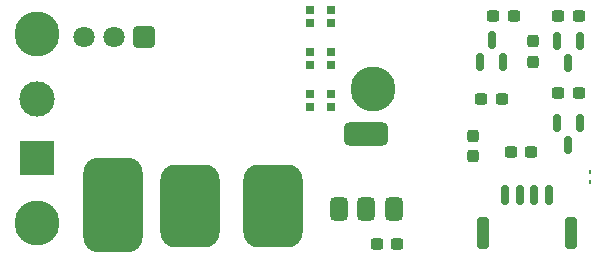
<source format=gbr>
%TF.GenerationSoftware,KiCad,Pcbnew,8.0.4*%
%TF.CreationDate,2025-03-19T01:09:58-05:00*%
%TF.ProjectId,Melty,4d656c74-792e-46b6-9963-61645f706362,rev?*%
%TF.SameCoordinates,Original*%
%TF.FileFunction,Soldermask,Bot*%
%TF.FilePolarity,Negative*%
%FSLAX46Y46*%
G04 Gerber Fmt 4.6, Leading zero omitted, Abs format (unit mm)*
G04 Created by KiCad (PCBNEW 8.0.4) date 2025-03-19 01:09:58*
%MOMM*%
%LPD*%
G01*
G04 APERTURE LIST*
G04 Aperture macros list*
%AMRoundRect*
0 Rectangle with rounded corners*
0 $1 Rounding radius*
0 $2 $3 $4 $5 $6 $7 $8 $9 X,Y pos of 4 corners*
0 Add a 4 corners polygon primitive as box body*
4,1,4,$2,$3,$4,$5,$6,$7,$8,$9,$2,$3,0*
0 Add four circle primitives for the rounded corners*
1,1,$1+$1,$2,$3*
1,1,$1+$1,$4,$5*
1,1,$1+$1,$6,$7*
1,1,$1+$1,$8,$9*
0 Add four rect primitives between the rounded corners*
20,1,$1+$1,$2,$3,$4,$5,0*
20,1,$1+$1,$4,$5,$6,$7,0*
20,1,$1+$1,$6,$7,$8,$9,0*
20,1,$1+$1,$8,$9,$2,$3,0*%
G04 Aperture macros list end*
%ADD10C,3.800000*%
%ADD11RoundRect,0.250200X0.649800X0.649800X-0.649800X0.649800X-0.649800X-0.649800X0.649800X-0.649800X0*%
%ADD12C,1.800000*%
%ADD13RoundRect,1.250000X1.250000X-2.750000X1.250000X2.750000X-1.250000X2.750000X-1.250000X-2.750000X0*%
%ADD14R,3.000000X3.000000*%
%ADD15C,3.000000*%
%ADD16RoundRect,0.150000X-0.150000X0.587500X-0.150000X-0.587500X0.150000X-0.587500X0.150000X0.587500X0*%
%ADD17RoundRect,0.237500X0.300000X0.237500X-0.300000X0.237500X-0.300000X-0.237500X0.300000X-0.237500X0*%
%ADD18RoundRect,0.237500X-0.237500X0.300000X-0.237500X-0.300000X0.237500X-0.300000X0.237500X0.300000X0*%
%ADD19RoundRect,0.237500X-0.300000X-0.237500X0.300000X-0.237500X0.300000X0.237500X-0.300000X0.237500X0*%
%ADD20R,0.700000X0.700000*%
%ADD21RoundRect,0.150000X0.150000X-0.587500X0.150000X0.587500X-0.150000X0.587500X-0.150000X-0.587500X0*%
%ADD22RoundRect,0.375000X0.375000X-0.625000X0.375000X0.625000X-0.375000X0.625000X-0.375000X-0.625000X0*%
%ADD23RoundRect,0.500000X1.400000X-0.500000X1.400000X0.500000X-1.400000X0.500000X-1.400000X-0.500000X0*%
%ADD24RoundRect,0.062500X-0.062500X0.117500X-0.062500X-0.117500X0.062500X-0.117500X0.062500X0.117500X0*%
%ADD25RoundRect,0.150000X0.150000X0.700000X-0.150000X0.700000X-0.150000X-0.700000X0.150000X-0.700000X0*%
%ADD26RoundRect,0.250000X0.250000X1.100000X-0.250000X1.100000X-0.250000X-1.100000X0.250000X-1.100000X0*%
%ADD27RoundRect,1.250000X-1.250000X-2.250000X1.250000X-2.250000X1.250000X2.250000X-1.250000X2.250000X0*%
G04 APERTURE END LIST*
D10*
%TO.C,REF\u002A\u002A*%
X153000000Y-52500000D03*
%TD*%
%TO.C,REF\u002A\u002A*%
X181500000Y-57200000D03*
%TD*%
%TO.C,REF\u002A\u002A*%
X153000000Y-68500000D03*
%TD*%
D11*
%TO.C,U5*%
X162040000Y-52775000D03*
D12*
X159500000Y-52775000D03*
X156960000Y-52775000D03*
%TD*%
D13*
%TO.C,J5*%
X159425000Y-66950000D03*
%TD*%
D14*
%TO.C,J4*%
X153000000Y-63000000D03*
D15*
X153000000Y-58000000D03*
%TD*%
D16*
%TO.C,Q3*%
X197050000Y-60000000D03*
X198950000Y-60000000D03*
X198000000Y-61875000D03*
%TD*%
%TO.C,Q2*%
X197050000Y-53062500D03*
X198950000Y-53062500D03*
X198000000Y-54937500D03*
%TD*%
D17*
%TO.C,R1*%
X193362500Y-51000000D03*
X191637500Y-51000000D03*
%TD*%
D18*
%TO.C,C4*%
X189900000Y-61137500D03*
X189900000Y-62862500D03*
%TD*%
D19*
%TO.C,C6*%
X181787500Y-70250000D03*
X183512500Y-70250000D03*
%TD*%
%TO.C,R5*%
X197137500Y-57500000D03*
X198862500Y-57500000D03*
%TD*%
D20*
%TO.C,D5*%
X176085000Y-55100000D03*
X176085000Y-54000000D03*
X177915000Y-54000000D03*
X177915000Y-55100000D03*
%TD*%
D19*
%TO.C,R6*%
X193137500Y-62500000D03*
X194862500Y-62500000D03*
%TD*%
D17*
%TO.C,R3*%
X192362500Y-58000000D03*
X190637500Y-58000000D03*
%TD*%
D21*
%TO.C,Q1*%
X192450000Y-54875000D03*
X190550000Y-54875000D03*
X191500000Y-53000000D03*
%TD*%
D20*
%TO.C,D7*%
X176085000Y-51550000D03*
X176085000Y-50450000D03*
X177915000Y-50450000D03*
X177915000Y-51550000D03*
%TD*%
D22*
%TO.C,U3*%
X183200000Y-67300000D03*
X180900000Y-67300000D03*
D23*
X180900000Y-61000000D03*
D22*
X178600000Y-67300000D03*
%TD*%
D24*
%TO.C,D6*%
X199850000Y-65020000D03*
X199850000Y-64180000D03*
%TD*%
D20*
%TO.C,D4*%
X176085000Y-58650000D03*
X176085000Y-57550000D03*
X177915000Y-57550000D03*
X177915000Y-58650000D03*
%TD*%
D19*
%TO.C,R4*%
X197137500Y-51000000D03*
X198862500Y-51000000D03*
%TD*%
D25*
%TO.C,J1*%
X196375000Y-66150000D03*
X195125000Y-66150000D03*
X193875000Y-66150000D03*
X192625000Y-66150000D03*
D26*
X198225000Y-69350000D03*
X190775000Y-69350000D03*
%TD*%
D18*
%TO.C,R2*%
X195000000Y-53137500D03*
X195000000Y-54862500D03*
%TD*%
D27*
%TO.C,J2*%
X166000000Y-67075000D03*
X173000000Y-67075000D03*
%TD*%
M02*

</source>
